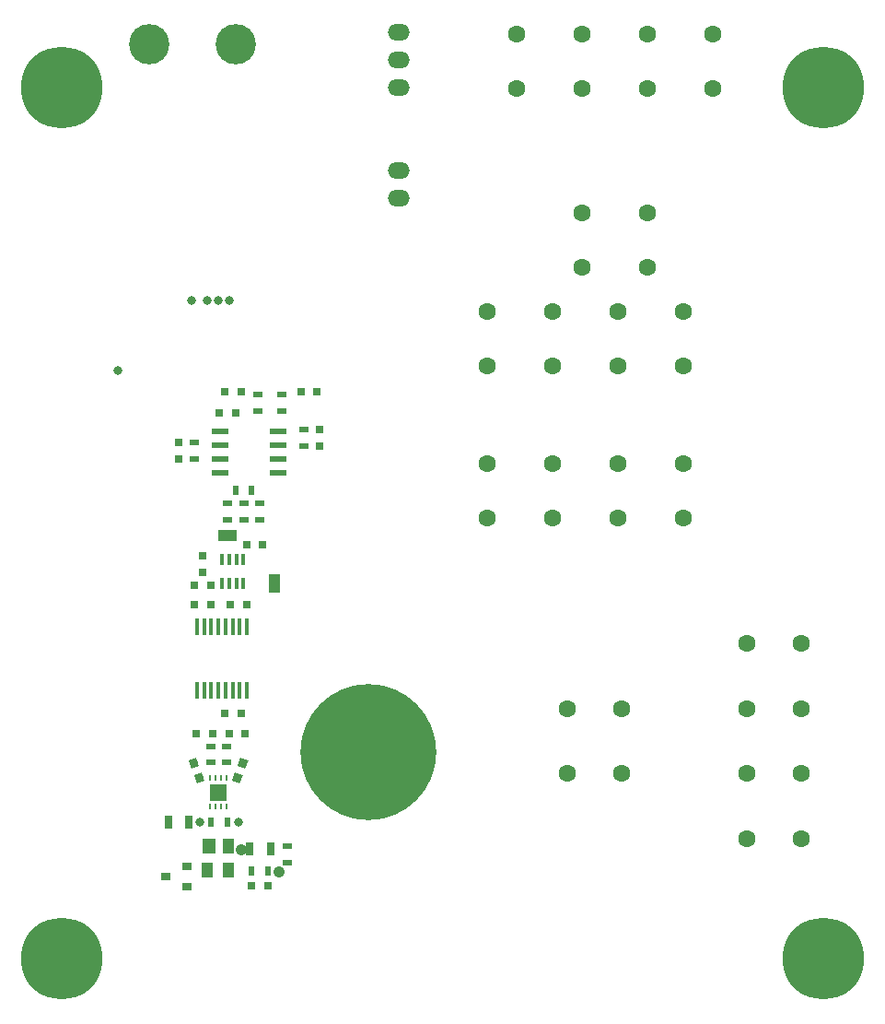
<source format=gbs>
G04 #@! TF.GenerationSoftware,KiCad,Pcbnew,(2017-12-21 revision 7586afd53)-makepkg*
G04 #@! TF.CreationDate,2018-10-14T14:18:47-07:00*
G04 #@! TF.ProjectId,fsorx,66736F72782E6B696361645F70636200,rev?*
G04 #@! TF.SameCoordinates,Original*
G04 #@! TF.FileFunction,Soldermask,Bot*
G04 #@! TF.FilePolarity,Negative*
%FSLAX46Y46*%
G04 Gerber Fmt 4.6, Leading zero omitted, Abs format (unit mm)*
G04 Created by KiCad (PCBNEW (2017-12-21 revision 7586afd53)-makepkg) date 10/14/18 14:18:47*
%MOMM*%
%LPD*%
G01*
G04 APERTURE LIST*
%ADD10R,1.000000X1.400000*%
%ADD11R,1.200000X1.400000*%
%ADD12R,0.900000X0.500000*%
%ADD13R,1.650000X1.600000*%
%ADD14R,0.280000X0.550000*%
%ADD15C,1.600000*%
%ADD16C,1.050000*%
%ADD17R,0.800000X0.750000*%
%ADD18C,0.750000*%
%ADD19C,0.100000*%
%ADD20R,0.900000X0.800000*%
%ADD21R,0.500000X0.900000*%
%ADD22R,0.700000X1.300000*%
%ADD23R,1.800000X1.000000*%
%ADD24O,2.000000X1.500000*%
%ADD25R,0.750000X0.800000*%
%ADD26R,1.000000X1.800000*%
%ADD27R,1.550000X0.600000*%
%ADD28R,0.450000X1.500000*%
%ADD29C,0.800000*%
%ADD30R,0.400000X1.060000*%
%ADD31C,7.500000*%
%ADD32C,12.500000*%
%ADD33C,3.700000*%
G04 APERTURE END LIST*
D10*
X83367424Y-129831944D03*
X85267424Y-129831944D03*
X85267424Y-127631944D03*
D11*
X83547424Y-127631944D03*
D12*
X85100000Y-118481944D03*
X85100000Y-119981944D03*
X83700000Y-119981944D03*
X83700000Y-118481944D03*
D13*
X84367633Y-122708278D03*
D14*
X85117633Y-121383278D03*
X84617633Y-121383278D03*
X84117633Y-121383278D03*
X83617633Y-121383278D03*
X83617633Y-124033278D03*
X84117633Y-124033278D03*
X84617633Y-124033278D03*
X85117633Y-124033278D03*
D15*
X129812802Y-53018363D03*
X129812802Y-58018363D03*
D16*
X90000000Y-130000000D03*
D17*
X93467424Y-85931944D03*
X91967424Y-85931944D03*
D15*
X111812802Y-53018363D03*
X111812802Y-58018363D03*
X123812802Y-53018363D03*
X123812802Y-58018363D03*
X117812802Y-53018363D03*
X117812802Y-58018363D03*
X123812802Y-69518363D03*
X123812802Y-74518363D03*
X117812802Y-69518363D03*
X117812802Y-74518363D03*
D18*
X86143485Y-121404769D03*
D19*
G36*
X86359062Y-121908904D02*
X85654292Y-121652388D01*
X85927908Y-120900634D01*
X86632678Y-121157150D01*
X86359062Y-121908904D01*
X86359062Y-121908904D01*
G37*
D18*
X86656515Y-119995231D03*
D19*
G36*
X86872092Y-120499366D02*
X86167322Y-120242850D01*
X86440938Y-119491096D01*
X87145708Y-119747612D01*
X86872092Y-120499366D01*
X86872092Y-120499366D01*
G37*
D18*
X82143485Y-119995231D03*
D19*
G36*
X82632678Y-120242850D02*
X81927908Y-120499366D01*
X81654292Y-119747612D01*
X82359062Y-119491096D01*
X82632678Y-120242850D01*
X82632678Y-120242850D01*
G37*
D18*
X82656515Y-121404769D03*
D19*
G36*
X83145708Y-121652388D02*
X82440938Y-121908904D01*
X82167322Y-121157150D01*
X82872092Y-120900634D01*
X83145708Y-121652388D01*
X83145708Y-121652388D01*
G37*
D15*
X127112802Y-83518363D03*
X127112802Y-78518363D03*
X115112802Y-83518363D03*
X115112802Y-78518363D03*
X121112802Y-97518363D03*
X121112802Y-92518363D03*
X109112802Y-92518363D03*
X109112802Y-97518363D03*
X115112802Y-97518363D03*
X115112802Y-92518363D03*
X127112802Y-92518363D03*
X127112802Y-97518363D03*
X121112802Y-78518363D03*
X121112802Y-83518363D03*
X109112802Y-83518363D03*
X109112802Y-78518363D03*
D17*
X88967424Y-131331944D03*
X87467424Y-131331944D03*
D15*
X133000000Y-127000000D03*
X138000000Y-127000000D03*
X133000000Y-109000000D03*
X138000000Y-109000000D03*
X138000000Y-121000000D03*
X133000000Y-121000000D03*
X138000000Y-115000000D03*
X133000000Y-115000000D03*
X121500000Y-121000000D03*
X116500000Y-121000000D03*
X116500000Y-115000000D03*
X121500000Y-115000000D03*
D20*
X81517424Y-129481944D03*
X81517424Y-131381944D03*
X79517424Y-130431944D03*
D12*
X90217424Y-87681944D03*
X90217424Y-86181944D03*
X87994678Y-87681944D03*
X87994678Y-86181944D03*
D21*
X83717424Y-125431944D03*
X85217424Y-125431944D03*
D22*
X89167424Y-127931944D03*
X87267424Y-127931944D03*
X79767424Y-125431944D03*
X81667424Y-125431944D03*
D21*
X87467424Y-129931944D03*
X88967424Y-129931944D03*
D12*
X90717424Y-129181944D03*
X90717424Y-127681944D03*
D23*
X85217424Y-99131944D03*
D24*
X101000000Y-68120000D03*
X101000000Y-65580000D03*
X101000000Y-57960000D03*
X101000000Y-55420000D03*
X101000000Y-52880000D03*
D17*
X86467424Y-85931944D03*
X84967424Y-85931944D03*
X85967424Y-87831944D03*
X84467424Y-87831944D03*
D25*
X93717424Y-89381944D03*
X93717424Y-90881944D03*
X80717424Y-92081944D03*
X80717424Y-90581944D03*
D17*
X88467424Y-99931944D03*
X86967424Y-99931944D03*
X83667424Y-103731944D03*
X82167424Y-103731944D03*
X86967424Y-105431944D03*
X85467424Y-105431944D03*
D25*
X82917424Y-100981944D03*
X82917424Y-102481944D03*
D17*
X85367424Y-117331944D03*
X86867424Y-117331944D03*
X83867424Y-117331944D03*
X82367424Y-117331944D03*
X86467424Y-115431944D03*
X84967424Y-115431944D03*
X82167424Y-105431944D03*
X83667424Y-105431944D03*
D12*
X92217424Y-90881944D03*
X92217424Y-89381944D03*
X82217424Y-90581944D03*
X82217424Y-92081944D03*
X88217424Y-96181944D03*
X88217424Y-97681944D03*
D21*
X85967424Y-94931944D03*
X87467424Y-94931944D03*
D12*
X86717424Y-97681944D03*
X86717424Y-96181944D03*
X85217424Y-96181944D03*
X85217424Y-97681944D03*
D26*
X89517424Y-103531944D03*
D27*
X84517424Y-89526944D03*
X84517424Y-90796944D03*
X84517424Y-92066944D03*
X84517424Y-93336944D03*
X89917424Y-93336944D03*
X89917424Y-92066944D03*
X89917424Y-90796944D03*
X89917424Y-89526944D03*
D28*
X82442424Y-113381944D03*
X83092424Y-113381944D03*
X83742424Y-113381944D03*
X84392424Y-113381944D03*
X85042424Y-113381944D03*
X85692424Y-113381944D03*
X86342424Y-113381944D03*
X86992424Y-113381944D03*
X86992424Y-107481944D03*
X86342424Y-107481944D03*
X85692424Y-107481944D03*
X85042424Y-107481944D03*
X84392424Y-107481944D03*
X83742424Y-107481944D03*
X83092424Y-107481944D03*
X82442424Y-107481944D03*
D29*
X86217424Y-125431944D03*
X82717424Y-125431944D03*
D30*
X86697424Y-101331944D03*
X86047424Y-101331944D03*
X85387424Y-101331944D03*
X84737424Y-101331944D03*
X84737424Y-103531944D03*
X85387424Y-103531944D03*
X86047424Y-103531944D03*
X86697424Y-103531944D03*
D29*
X81900000Y-77500000D03*
X85400000Y-77500000D03*
X84400000Y-77500000D03*
X83400000Y-77500000D03*
X75150000Y-84000000D03*
D31*
X70000000Y-138000000D03*
X70000000Y-58000000D03*
X140000000Y-58000000D03*
X140000000Y-138000000D03*
D32*
X98200000Y-119000000D03*
D16*
X86500000Y-128000000D03*
D33*
X78000000Y-54000000D03*
X86000000Y-54000000D03*
M02*

</source>
